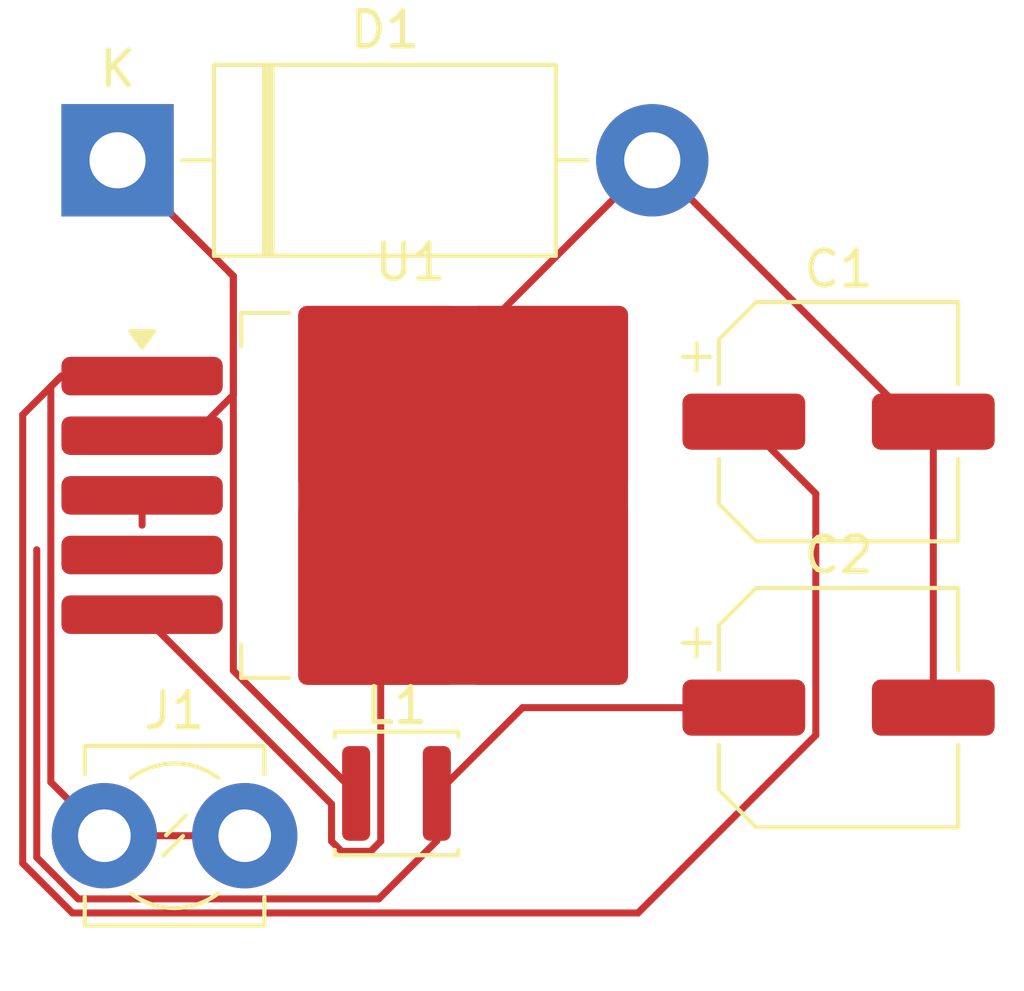
<source format=kicad_pcb>
(kicad_pcb (version 20241229) (generator "pcbnew") (generator_version "9.0")
  (layers (0 "F.Cu" signal) (2 "B.Cu" signal) (13 "F.Paste" user) (15 "B.Paste" user) (5 "F.SilkS" user "F.Silkscreen") (7 "B.SilkS" user "B.Silkscreen") (1 "F.Mask" user) (3 "B.Mask" user) (25 "Edge.Cuts" user))
  (net 0 "")
  (net 1 "+3.3V")
  (net 2 "GND")
  (net 3 "VCC")
  (net 4 "Net-(D1-K)")
  (footprint "TerminalBlock_MetzConnect:TerminalBlock_MetzConnect_360410_1x01_Horizontal_ScrewM3.0" (layer "F.Cu") (at 139.375 111.65)
    (property "Reference" "J1" (at 2 -3.56 0) (layer "F.SilkS"))
    (property "Value" "Conn_01x02")
    (fp_line (start -0.56 -2.56) (end -0.56 -1.755) (stroke (width 0.12)) (layer "F.SilkS"))
    (fp_line (start -0.56 -2.56) (end 4.56 -2.56) (stroke (width 0.12)) (layer "F.SilkS"))
    (fp_line (start -0.56 1.755) (end -0.56 2.56) (stroke (width 0.12)) (layer "F.SilkS"))
    (fp_line (start -0.56 2.56) (end 4.56 2.56) (stroke (width 0.12)) (layer "F.SilkS"))
    (fp_line (start 1.68 0.571) (end 1.68 0.571) (stroke (width 0.12)) (layer "F.SilkS"))
    (fp_line (start 2.241 0.011) (end 1.708 0.543) (stroke (width 0.12)) (layer "F.SilkS"))
    (fp_line (start 2.291 -0.543) (end 1.759 -0.011) (stroke (width 0.12)) (layer "F.SilkS"))
    (fp_line (start 2.32 -0.572) (end 2.32 -0.572) (stroke (width 0.12)) (layer "F.SilkS"))
    (fp_line (start 4.56 -2.56) (end 4.56 -1.755) (stroke (width 0.12)) (layer "F.SilkS"))
    (fp_line (start 4.56 1.755) (end 4.56 2.56) (stroke (width 0.12)) (layer "F.SilkS"))
    (fp_arc (start 0.759554 -1.645664) (mid 1.999721 -2.060805) (end 3.24 -1.646) (stroke (width 0.12)) (layer "F.SilkS"))
    (fp_arc (start 2.034842 2.060314) (mid 1.362171 1.959409) (end 0.759 1.645) (stroke (width 0.12)) (layer "F.SilkS"))
    (fp_arc (start 3.239739 1.645189) (mid 2.653648 1.953547) (end 2 2.06) (stroke (width 0.12)) (layer "F.SilkS"))
    (pad "1" thru_hole circle (at 0 0) (size 3 3) (drill 1.5) (layers "*.Cu" "*.Mask") (net 1 "+3.3V"))
    (pad "1" thru_hole circle (at 4 0) (size 3 3) (drill 1.5) (layers "*.Cu" "*.Mask") (net 1 "+3.3V"))
  )
  (footprint "Capacitor_SMD:CP_Elec_6.3x3" (layer "F.Cu") (at 160.3 108)
    (property "Reference" "C2" (at 0 -4.35 0) (layer "F.SilkS"))
    (property "Value" "C")
    (fp_line (start -4.4375 -1.8475) (end -3.65 -1.8475) (stroke (width 0.12)) (layer "F.SilkS"))
    (fp_line (start -4.04375 -2.24125) (end -4.04375 -1.45375) (stroke (width 0.12)) (layer "F.SilkS"))
    (fp_line (start -3.41 -2.345563) (end -3.41 -1.06) (stroke (width 0.12)) (layer "F.SilkS"))
    (fp_line (start -3.41 -2.345563) (end -2.345563 -3.41) (stroke (width 0.12)) (layer "F.SilkS"))
    (fp_line (start -3.41 2.345563) (end -3.41 1.06) (stroke (width 0.12)) (layer "F.SilkS"))
    (fp_line (start -3.41 2.345563) (end -2.345563 3.41) (stroke (width 0.12)) (layer "F.SilkS"))
    (fp_line (start -2.345563 -3.41) (end 3.41 -3.41) (stroke (width 0.12)) (layer "F.SilkS"))
    (fp_line (start -2.345563 3.41) (end 3.41 3.41) (stroke (width 0.12)) (layer "F.SilkS"))
    (fp_line (start 3.41 -3.41) (end 3.41 -1.06) (stroke (width 0.12)) (layer "F.SilkS"))
    (fp_line (start 3.41 3.41) (end 3.41 1.06) (stroke (width 0.12)) (layer "F.SilkS"))
    (pad "1" smd roundrect (at -2.7 0) (size 3.5 1.6) (layers "F.Cu" "F.Mask" "F.Paste") (roundrect_rratio 0.15625) (net 3 "VCC"))
    (pad "2" smd roundrect (at 2.7 0) (size 3.5 1.6) (layers "F.Cu" "F.Mask" "F.Paste") (roundrect_rratio 0.15625) (net 2 "GND"))
  )
  (footprint "Diode_THT:D_DO-201AD_P15.24mm_Horizontal" (layer "F.Cu") (at 139.75 92.4)
    (property "Reference" "D1" (at 7.62 -3.72 0) (layer "F.SilkS"))
    (property "Value" "1N5820")
    (fp_line (start 1.84 0) (end 2.75 0) (stroke (width 0.12)) (layer "F.SilkS"))
    (fp_line (start 2.75 -2.72) (end 2.75 2.72) (stroke (width 0.12)) (layer "F.SilkS"))
    (fp_line (start 2.75 2.72) (end 12.49 2.72) (stroke (width 0.12)) (layer "F.SilkS"))
    (fp_line (start 4.175 -2.72) (end 4.175 2.72) (stroke (width 0.12)) (layer "F.SilkS"))
    (fp_line (start 4.295 -2.72) (end 4.295 2.72) (stroke (width 0.12)) (layer "F.SilkS"))
    (fp_line (start 4.415 -2.72) (end 4.415 2.72) (stroke (width 0.12)) (layer "F.SilkS"))
    (fp_line (start 12.49 -2.72) (end 2.75 -2.72) (stroke (width 0.12)) (layer "F.SilkS"))
    (fp_line (start 12.49 2.72) (end 12.49 -2.72) (stroke (width 0.12)) (layer "F.SilkS"))
    (fp_line (start 13.4 0) (end 12.49 0) (stroke (width 0.12)) (layer "F.SilkS"))
    (fp_text user "K" (at 0 -2.6 0) (layer "F.SilkS"))
    (pad "1" thru_hole rect (at 0 0) (size 3.2 3.2) (drill 1.6) (layers "*.Cu" "*.Mask") (net 4 "Net-(D1-K)"))
    (pad "2" thru_hole oval (at 15.24 0) (size 3.2 3.2) (drill 1.6) (layers "*.Cu" "*.Mask") (net 2 "GND"))
  )
  (footprint "Capacitor_SMD:CP_Elec_6.3x3" (layer "F.Cu") (at 160.3 99.85)
    (property "Reference" "C1" (at 0 -4.35 0) (layer "F.SilkS"))
    (property "Value" "C")
    (fp_line (start -4.4375 -1.8475) (end -3.65 -1.8475) (stroke (width 0.12)) (layer "F.SilkS"))
    (fp_line (start -4.04375 -2.24125) (end -4.04375 -1.45375) (stroke (width 0.12)) (layer "F.SilkS"))
    (fp_line (start -3.41 -2.345563) (end -3.41 -1.06) (stroke (width 0.12)) (layer "F.SilkS"))
    (fp_line (start -3.41 -2.345563) (end -2.345563 -3.41) (stroke (width 0.12)) (layer "F.SilkS"))
    (fp_line (start -3.41 2.345563) (end -3.41 1.06) (stroke (width 0.12)) (layer "F.SilkS"))
    (fp_line (start -3.41 2.345563) (end -2.345563 3.41) (stroke (width 0.12)) (layer "F.SilkS"))
    (fp_line (start -2.345563 -3.41) (end 3.41 -3.41) (stroke (width 0.12)) (layer "F.SilkS"))
    (fp_line (start -2.345563 3.41) (end 3.41 3.41) (stroke (width 0.12)) (layer "F.SilkS"))
    (fp_line (start 3.41 -3.41) (end 3.41 -1.06) (stroke (width 0.12)) (layer "F.SilkS"))
    (fp_line (start 3.41 3.41) (end 3.41 1.06) (stroke (width 0.12)) (layer "F.SilkS"))
    (pad "1" smd roundrect (at -2.7 0) (size 3.5 1.6) (layers "F.Cu" "F.Mask" "F.Paste") (roundrect_rratio 0.15625) (net 1 "+3.3V"))
    (pad "2" smd roundrect (at 2.7 0) (size 3.5 1.6) (layers "F.Cu" "F.Mask" "F.Paste") (roundrect_rratio 0.15625) (net 2 "GND"))
  )
  (footprint "Package_TO_SOT_SMD:TO-263-5_TabPin3" (layer "F.Cu") (at 148.1 101.95)
    (property "Reference" "U1" (at 0 -6.65 0) (layer "F.SilkS"))
    (property "Value" "LM2596S-5")
    (fp_line (start -4.825 -5.2) (end -4.825 -4.25) (stroke (width 0.12)) (layer "F.SilkS"))
    (fp_line (start -4.825 5.2) (end -4.825 4.25) (stroke (width 0.12)) (layer "F.SilkS"))
    (fp_line (start -3.46 -5.2) (end -4.825 -5.2) (stroke (width 0.12)) (layer "F.SilkS"))
    (fp_line (start -3.46 5.2) (end -4.825 5.2) (stroke (width 0.12)) (layer "F.SilkS"))
    (fp_poly (pts (xy -7.65 -4.21) (xy -7.99 -4.68) (xy -7.31 -4.68) (xy -7.65 -4.21)) (stroke (width 0.12)) (fill yes) (layer "F.SilkS"))
    (pad "1" smd roundrect (at -7.65 -3.4) (size 4.6 1.1) (layers "F.Cu" "F.Mask" "F.Paste") (roundrect_rratio 0.227273) (net 1 "+3.3V"))
    (pad "2" smd roundrect (at -7.65 -1.7) (size 4.6 1.1) (layers "F.Cu" "F.Mask" "F.Paste") (roundrect_rratio 0.227273) (net 4 "Net-(D1-K)"))
    (pad "3" smd roundrect (at -7.65 0) (size 4.6 1.1) (layers "F.Cu" "F.Mask" "F.Paste") (roundrect_rratio 0.227273) (net 2 "GND"))
    (pad "3" smd roundrect (at -0.925 -2.775) (size 4.55 5.25) (layers "F.Cu" "F.Paste") (roundrect_rratio 0.054945) (net 2 "GND"))
    (pad "3" smd roundrect (at -0.925 2.775) (size 4.55 5.25) (layers "F.Cu" "F.Paste") (roundrect_rratio 0.054945) (net 2 "GND"))
    (pad "3" smd roundrect (at 1.5 0) (size 9.4 10.8) (layers "F.Cu" "F.Mask") (roundrect_rratio 0.026596) (net 2 "GND"))
    (pad "3" smd roundrect (at 3.925 -2.775) (size 4.55 5.25) (layers "F.Cu" "F.Paste") (roundrect_rratio 0.054945) (net 2 "GND"))
    (pad "3" smd roundrect (at 3.925 2.775) (size 4.55 5.25) (layers "F.Cu" "F.Paste") (roundrect_rratio 0.054945) (net 2 "GND"))
    (pad "4" smd roundrect (at -7.65 1.7) (size 4.6 1.1) (layers "F.Cu" "F.Mask" "F.Paste") (roundrect_rratio 0.227273) (net 3 "VCC"))
    (pad "5" smd roundrect (at -7.65 3.4) (size 4.6 1.1) (layers "F.Cu" "F.Mask" "F.Paste") (roundrect_rratio 0.227273) (net 2 "GND"))
  )
  (footprint "Inductor_SMD:L_APV_ANR3010" (layer "F.Cu") (at 147.7 110.445)
    (property "Reference" "L1" (at 0 -2.5 0) (layer "F.SilkS"))
    (property "Value" "L")
    (fp_line (start -1.76 -1.76) (end -1.76 -1.61) (stroke (width 0.12)) (layer "F.SilkS"))
    (fp_line (start -1.76 -1.76) (end 1.76 -1.76) (stroke (width 0.12)) (layer "F.SilkS"))
    (fp_line (start -1.76 1.76) (end -1.76 1.61) (stroke (width 0.12)) (layer "F.SilkS"))
    (fp_line (start -1.76 1.76) (end 1.76 1.76) (stroke (width 0.12)) (layer "F.SilkS"))
    (fp_line (start 1.76 -1.76) (end 1.76 -1.61) (stroke (width 0.12)) (layer "F.SilkS"))
    (fp_line (start 1.76 1.76) (end 1.76 1.61) (stroke (width 0.12)) (layer "F.SilkS"))
    (pad "1" smd roundrect (at -1.15 0) (size 0.8 2.7) (layers "F.Cu" "F.Mask" "F.Paste") (net 4 "Net-(D1-K)"))
    (pad "2" smd roundrect (at 1.15 0) (size 0.8 2.7) (layers "F.Cu" "F.Mask" "F.Paste") (net 3 "VCC"))
  )
  (segment (start 157.6 99.85) (end 159.651 101.901) (width 0.2) (layer "F.Cu") (net 1))
  (segment (start 137.849 98.851) (end 138.15 98.55) (width 0.2) (layer "F.Cu") (net 1))
  (segment (start 138.462901 113.852) (end 137.047 112.436099) (width 0.2) (layer "F.Cu") (net 1))
  (segment (start 143.375 111.65) (end 139.375 111.65) (width 0.2) (layer "F.Cu") (net 1))
  (segment (start 137.849 110.124) (end 137.849 98.851) (width 0.2) (layer "F.Cu") (net 1))
  (segment (start 138.15 98.55) (end 140.45 98.55) (width 0.2) (layer "F.Cu") (net 1))
  (segment (start 139.375 111.65) (end 137.849 110.124) (width 0.2) (layer "F.Cu") (net 1))
  (segment (start 159.651 101.901) (end 159.651 108.78516) (width 0.2) (layer "F.Cu") (net 1))
  (segment (start 137.047 99.653) (end 138.15 98.55) (width 0.2) (layer "F.Cu") (net 1))
  (segment (start 137.047 112.436099) (end 137.047 99.653) (width 0.2) (layer "F.Cu") (net 1))
  (segment (start 159.651 108.78516) (end 154.58416 113.852) (width 0.2) (layer "F.Cu") (net 1))
  (segment (start 154.58416 113.852) (end 138.462901 113.852) (width 0.2) (layer "F.Cu") (net 1))
  (segment (start 145.849 111.808064) (end 146.136936 112.096) (width 0.2) (layer "F.Cu") (net 2))
  (segment (start 140.45 105.35) (end 145.849 110.749) (width 0.2) (layer "F.Cu") (net 2))
  (segment (start 140.45 101.95) (end 140.45 102.5) (width 0.2) (layer "F.Cu") (net 2))
  (segment (start 140.45 102.5) (end 140.45 102.799) (width 0.2) (layer "F.Cu") (net 2))
  (segment (start 145.849 110.749) (end 145.849 111.808064) (width 0.2) (layer "F.Cu") (net 2))
  (segment (start 154.99 92.4) (end 162.44 99.85) (width 0.2) (layer "F.Cu") (net 2))
  (segment (start 146.136936 112.096) (end 146.963064 112.096) (width 0.2) (layer "F.Cu") (net 2))
  (segment (start 147.251 111.808064) (end 147.251 100.139) (width 0.2) (layer "F.Cu") (net 2))
  (segment (start 162.44 99.85) (end 163 99.85) (width 0.2) (layer "F.Cu") (net 2))
  (segment (start 163 99.85) (end 163 108) (width 0.2) (layer "F.Cu") (net 2))
  (segment (start 147.251 100.139) (end 154.99 92.4) (width 0.2) (layer "F.Cu") (net 2))
  (segment (start 146.963064 112.096) (end 147.251 111.808064) (width 0.2) (layer "F.Cu") (net 2))
  (segment (start 148.85 111.795) (end 147.194 113.451) (width 0.2) (layer "F.Cu") (net 3))
  (segment (start 147.194 113.451) (end 138.629001 113.451) (width 0.2) (layer "F.Cu") (net 3))
  (segment (start 137.448 112.269999) (end 137.448 103.5) (width 0.2) (layer "F.Cu") (net 3))
  (segment (start 157.6 108) (end 151.295 108) (width 0.2) (layer "F.Cu") (net 3))
  (segment (start 138.629001 113.451) (end 137.448 112.269999) (width 0.2) (layer "F.Cu") (net 3))
  (segment (start 151.295 108) (end 148.85 110.445) (width 0.2) (layer "F.Cu") (net 3))
  (segment (start 138.4 103.65) (end 138.25 103.5) (width 0.2) (layer "F.Cu") (net 3))
  (segment (start 140.45 103.65) (end 138.4 103.65) (width 0.2) (layer "F.Cu") (net 3))
  (segment (start 148.85 110.445) (end 148.85 111.795) (width 0.2) (layer "F.Cu") (net 3))
  (segment (start 143.051 99.08516) (end 143.051 95.701) (width 0.2) (layer "F.Cu") (net 4))
  (segment (start 143.051 95.701) (end 143.051 106.946) (width 0.2) (layer "F.Cu") (net 4))
  (segment (start 140.45 100.25) (end 141.88616 100.25) (width 0.2) (layer "F.Cu") (net 4))
  (segment (start 141.88616 100.25) (end 143.051 99.08516) (width 0.2) (layer "F.Cu") (net 4))
  (segment (start 143.051 106.946) (end 146.55 110.445) (width 0.2) (layer "F.Cu") (net 4))
  (segment (start 139.75 92.4) (end 143.051 95.701) (width 0.2) (layer "F.Cu") (net 4))
  (segment (start 143.051 95.701) (end 142.925 95.575) (width 0.2) (layer "F.Cu") (net 4))
)
</source>
